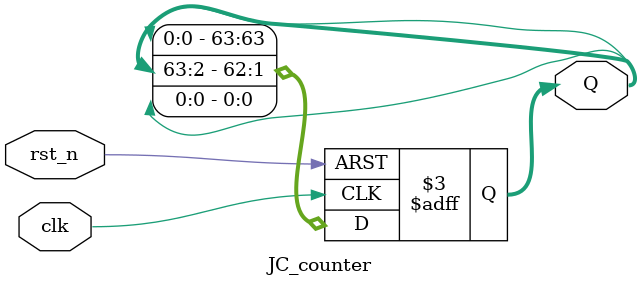
<source format=v>
module JC_counter(
   input                clk ,
   input                rst_n,
 
   output reg [63:0]     Q  
);

always @(posedge clk or negedge rst_n) begin
    if (!rst_n) begin
        Q <= 64'b0;
    end else begin
        Q[63] <= Q[0];
        Q[62:1] <= Q[63:2];
    end
end

endmodule
</source>
